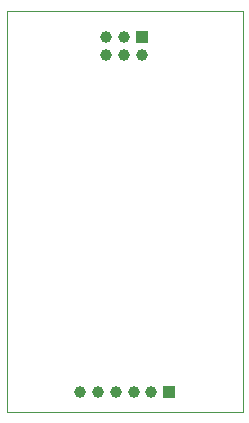
<source format=gtp>
G04*
G04 #@! TF.GenerationSoftware,Altium Limited,Altium Designer,22.2.1 (43)*
G04*
G04 Layer_Color=8421504*
%FSLAX42Y42*%
%MOMM*%
G71*
G04*
G04 #@! TF.SameCoordinates,2103375D-A71D-46A8-8251-58F9F09037AB*
G04*
G04*
G04 #@! TF.FilePolarity,Positive*
G04*
G01*
G75*
%ADD10C,0.10*%
%ADD11C,1.00*%
%ADD12R,1.00X1.00*%
%ADD13R,1.00X1.00*%
D10*
X0Y0D02*
Y3400D01*
X2000D01*
Y0D02*
Y3400D01*
X0Y0D02*
X2000D01*
D11*
X1145Y3025D02*
D03*
X845D02*
D03*
X995D02*
D03*
X845Y3175D02*
D03*
X995D02*
D03*
X1075Y170D02*
D03*
X925Y170D02*
D03*
X775Y170D02*
D03*
X625Y170D02*
D03*
X1225Y170D02*
D03*
D12*
X1145Y3175D02*
D03*
D13*
X1375Y170D02*
D03*
M02*

</source>
